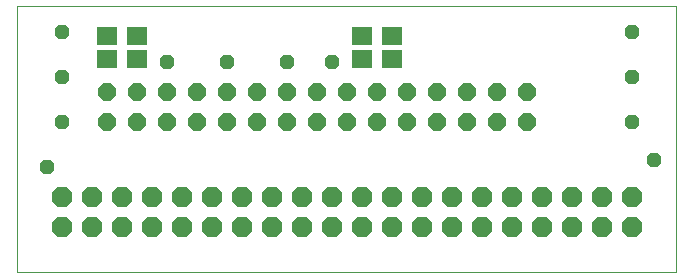
<source format=gbr>
G75*
%MOIN*%
%OFA0B0*%
%FSLAX24Y24*%
%IPPOS*%
%LPD*%
%AMOC8*
5,1,8,0,0,1.08239X$1,22.5*
%
%ADD10C,0.0000*%
%ADD11OC8,0.0680*%
%ADD12OC8,0.0595*%
%ADD13R,0.0671X0.0592*%
%ADD14OC8,0.0476*%
D10*
X000850Y000350D02*
X000850Y009220D01*
X022842Y009220D01*
X022842Y000350D01*
X000850Y000350D01*
D11*
X002350Y001850D03*
X002350Y002850D03*
X003350Y002850D03*
X003350Y001850D03*
X004350Y001850D03*
X004350Y002850D03*
X005350Y002850D03*
X005350Y001850D03*
X006350Y001850D03*
X006350Y002850D03*
X007350Y002850D03*
X007350Y001850D03*
X008350Y001850D03*
X008350Y002850D03*
X009350Y002850D03*
X009350Y001850D03*
X010350Y001850D03*
X010350Y002850D03*
X011350Y002850D03*
X011350Y001850D03*
X012350Y001850D03*
X012350Y002850D03*
X013350Y002850D03*
X013350Y001850D03*
X014350Y001850D03*
X014350Y002850D03*
X015350Y002850D03*
X015350Y001850D03*
X016350Y001850D03*
X016350Y002850D03*
X017350Y002850D03*
X017350Y001850D03*
X018350Y001850D03*
X018350Y002850D03*
X019350Y002850D03*
X019350Y001850D03*
X020350Y001850D03*
X020350Y002850D03*
X021350Y002850D03*
X021350Y001850D03*
D12*
X017850Y005350D03*
X016850Y005350D03*
X015850Y005350D03*
X014850Y005350D03*
X014850Y006350D03*
X015850Y006350D03*
X016850Y006350D03*
X017850Y006350D03*
X013850Y006350D03*
X012850Y006350D03*
X011850Y006350D03*
X011850Y005350D03*
X012850Y005350D03*
X013850Y005350D03*
X010850Y005350D03*
X009850Y005350D03*
X008850Y005350D03*
X008850Y006350D03*
X009850Y006350D03*
X010850Y006350D03*
X007850Y006350D03*
X006850Y006350D03*
X005850Y006350D03*
X005850Y005350D03*
X006850Y005350D03*
X007850Y005350D03*
X004850Y005350D03*
X003850Y005350D03*
X003850Y006350D03*
X004850Y006350D03*
D13*
X004850Y007476D03*
X004850Y008224D03*
X003850Y008224D03*
X003850Y007476D03*
X012350Y007476D03*
X012350Y008224D03*
X013350Y008224D03*
X013350Y007476D03*
D14*
X011350Y007350D03*
X009850Y007350D03*
X007850Y007350D03*
X005850Y007350D03*
X002350Y006850D03*
X002350Y005350D03*
X001850Y003850D03*
X002350Y008350D03*
X021350Y008350D03*
X021350Y006850D03*
X021350Y005350D03*
X022100Y004100D03*
M02*

</source>
